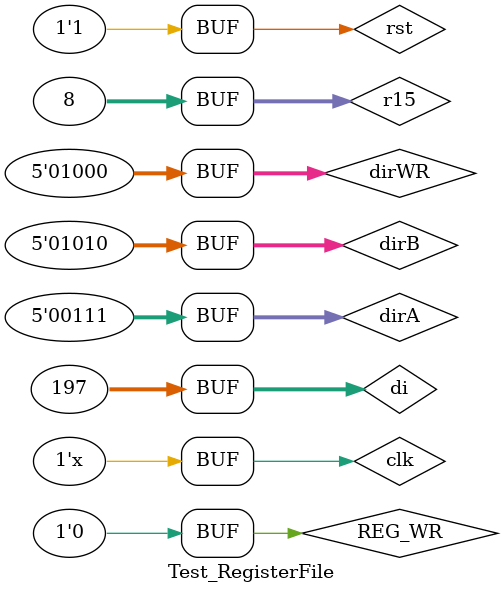
<source format=sv>
module Test_RegisterFile();
	
	logic clk;
	logic rst;
	logic REG_WR;
	
	logic [4:0] dirA;
	logic [4:0] dirB;
	logic [4:0] dirWR;
	logic [31:0] di;
	logic [31:0] r15;
	
	logic [4:0] doA;
	logic [4:0] doB;
				 
	RegisterFile registersLog (clk, rst, REG_WR, dirA, dirB, dirWR, di, r15, doA, doB);

	initial begin
		clk = 0;
		rst = 0; 
		#10; 
		
		rst =1;
		
		
		r15 = 32'd0;
		// LECTURA DE LOS REGISTROS, PERO COMO TODO ESTA EN CERO.
		REG_WR = 0;
		dirA = 4'd1;
		dirB = 4'd4;
		#10;
		
		
		r15 = r15 + 4;
		// NO HACE LECTURA
		// ESCRIBE 21 EN EL R7
		REG_WR = 1;
		dirB = 4'd0;
		dirWR = 4'd7;
		di = 'd21;
		#10;
		
		r15 = r15 + 4;
		// NO HACE LECTURA
		// ESCRIBE 55 EN EL R10
		REG_WR = 1;
		dirB = 4'd14;
		dirWR = 4'd10;
		di = 'd55;
		#10;
		
		
		// DATO DE ADDRESS 1 = 21 Y ADDRESS 2 = 55
		// NO ESCRIBE PORQUE WRITE NO ESTA HABILITADO
		REG_WR = 0;
		dirA = 4'd7;
		dirB = 4'd10;
		dirWR = 4'd8;
		di = 'd197;
		#10;
	
	end
	
	
	always begin
		clk= ~clk; #5;
	end	
	
	
endmodule
</source>
